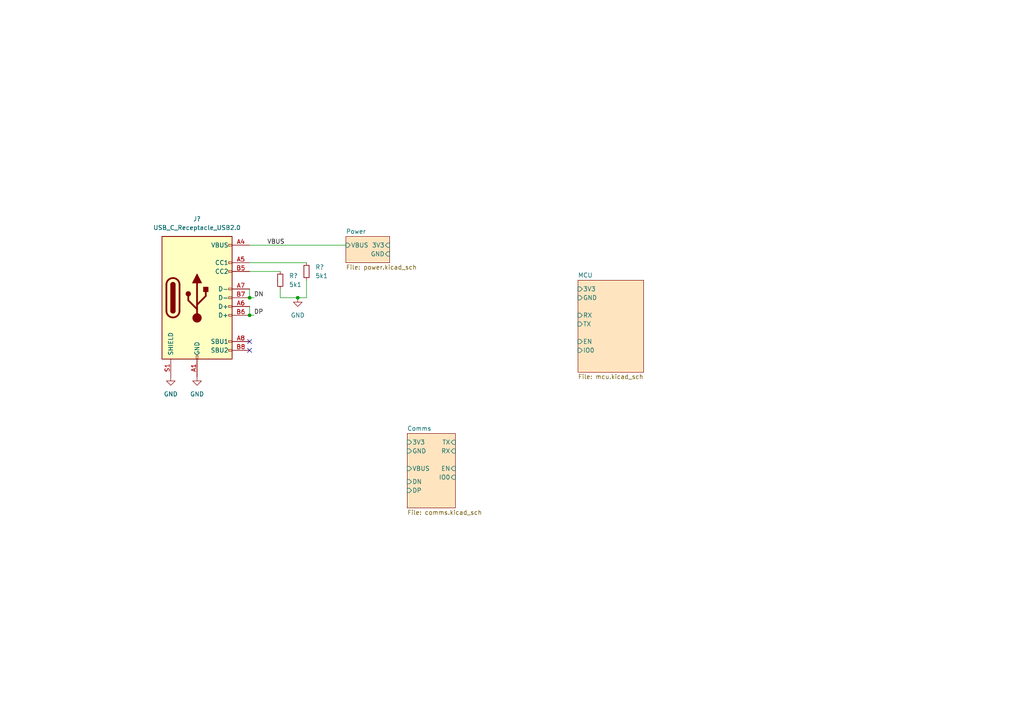
<source format=kicad_sch>
(kicad_sch (version 20211123) (generator eeschema)
  (paper "A4")
  (lib_symbols
    (symbol "Connector:USB_C_Receptacle_USB2.0" (pin_names (offset 1.016))
      (property "Reference" "J" (at -10.16 19.05 0))
      (property "Value" "USB_C_Receptacle_USB2.0" (at 19.05 19.05 0))
      (symbol "USB_C_Receptacle_USB2.0_0_0"
        (rectangle (start -0.254 -17.78) (end 0.254 -16.764))
        (rectangle (start 10.16 -14.986) (end 9.144 -15.494))
        (rectangle (start 10.16 -12.446) (end 9.144 -12.954))
        (rectangle (start 10.16 -4.826) (end 9.144 -5.334))
        (rectangle (start 10.16 -2.286) (end 9.144 -2.794))
        (rectangle (start 10.16 0.254) (end 9.144 -0.254))
        (rectangle (start 10.16 2.794) (end 9.144 2.286))
        (rectangle (start 10.16 7.874) (end 9.144 7.366))
        (rectangle (start 10.16 10.414) (end 9.144 9.906))
        (rectangle (start 10.16 15.494) (end 9.144 14.986))
      )
      (symbol "USB_C_Receptacle_USB2.0_0_1"
        (rectangle (start -10.16 17.78) (end 10.16 -17.78) (stroke (width 0.254)) (fill (type background)))
        (arc (start -8.89 -3.81) (mid -6.985 -5.715) (end -5.08 -3.81) (stroke (width 0.508)))
        (arc (start -7.62 -3.81) (mid -6.985 -4.445) (end -6.35 -3.81) (stroke (width 0.254)))
        (arc (start -7.62 -3.81) (mid -6.985 -4.445) (end -6.35 -3.81) (stroke (width 0.254)) (fill (type outline)))
        (rectangle (start -7.62 -3.81) (end -6.35 3.81) (stroke (width 0.254)) (fill (type outline)))
        (arc (start -6.35 3.81) (mid -6.985 4.445) (end -7.62 3.81) (stroke (width 0.254)))
        (arc (start -6.35 3.81) (mid -6.985 4.445) (end -7.62 3.81) (stroke (width 0.254)) (fill (type outline)))
        (arc (start -5.08 3.81) (mid -6.985 5.715) (end -8.89 3.81) (stroke (width 0.508)))
        (circle (center -2.54 1.143) (radius 0.635) (stroke (width 0.254)) (fill (type outline)))
        (circle (center 0 -5.842) (radius 1.27) (fill (type outline)))
        (polyline (pts (xy -8.89 -3.81) (xy -8.89 3.81)) (stroke (width 0.508)))
        (polyline (pts (xy -5.08 3.81) (xy -5.08 -3.81)) (stroke (width 0.508)))
        (polyline (pts (xy 0 -5.842) (xy 0 4.318)) (stroke (width 0.508)))
        (polyline (pts (xy 0 -3.302) (xy -2.54 -0.762) (xy -2.54 0.508)) (stroke (width 0.508)))
        (polyline (pts (xy 0 -2.032) (xy 2.54 0.508) (xy 2.54 1.778)) (stroke (width 0.508)))
        (polyline (pts (xy -1.27 4.318) (xy 0 6.858) (xy 1.27 4.318) (xy -1.27 4.318)) (stroke (width 0.254)) (fill (type outline)))
        (rectangle (start 1.905 1.778) (end 3.175 3.048) (stroke (width 0.254)) (fill (type outline)))
      )
      (symbol "USB_C_Receptacle_USB2.0_1_1"
        (pin passive line (at 0 -22.86 90) (length 5.08) (name "GND") (number "A1"))
        (pin passive line (at 0 -22.86 90) (length 5.08) hide (name "GND") (number "A12"))
        (pin passive line (at 15.24 15.24 180) (length 5.08) (name "VBUS") (number "A4"))
        (pin bidirectional line (at 15.24 10.16 180) (length 5.08) (name "CC1") (number "A5"))
        (pin bidirectional line (at 15.24 -2.54 180) (length 5.08) (name "D+") (number "A6"))
        (pin bidirectional line (at 15.24 2.54 180) (length 5.08) (name "D-") (number "A7"))
        (pin bidirectional line (at 15.24 -12.7 180) (length 5.08) (name "SBU1") (number "A8"))
        (pin passive line (at 15.24 15.24 180) (length 5.08) hide (name "VBUS") (number "A9"))
        (pin passive line (at 0 -22.86 90) (length 5.08) hide (name "GND") (number "B1"))
        (pin passive line (at 0 -22.86 90) (length 5.08) hide (name "GND") (number "B12"))
        (pin passive line (at 15.24 15.24 180) (length 5.08) hide (name "VBUS") (number "B4"))
        (pin bidirectional line (at 15.24 7.62 180) (length 5.08) (name "CC2") (number "B5"))
        (pin bidirectional line (at 15.24 -5.08 180) (length 5.08) (name "D+") (number "B6"))
        (pin bidirectional line (at 15.24 0 180) (length 5.08) (name "D-") (number "B7"))
        (pin bidirectional line (at 15.24 -15.24 180) (length 5.08) (name "SBU2") (number "B8"))
        (pin passive line (at 15.24 15.24 180) (length 5.08) hide (name "VBUS") (number "B9"))
        (pin passive line (at -7.62 -22.86 90) (length 5.08) (name "SHIELD") (number "S1"))
      )
    )
    (symbol "Device:R_Small" (pin_numbers hide) (pin_names (offset 0.254) hide)
      (property "Reference" "R" (at 0.762 0.508 0))
      (property "Value" "R_Small" (at 0.762 -1.016 0))
      (symbol "R_Small_0_1"
        (rectangle (start -0.762 1.778) (end 0.762 -1.778) (stroke (width 0.2032)))
      )
      (symbol "R_Small_1_1"
        (pin passive line (at 0 2.54 270) (length 0.762) (name "~") (number "1"))
        (pin passive line (at 0 -2.54 90) (length 0.762) (name "~") (number "2"))
      )
    )
    (symbol "power:GND" (power) (pin_names (offset 0))
      (property "Value" "GND" (at 0 -3.81 0))
      (symbol "GND_0_1"
        (polyline (pts (xy 0 0) (xy 0 -1.27) (xy 1.27 -1.27) (xy 0 -2.54) (xy -1.27 -1.27) (xy 0 -1.27)))
      )
      (symbol "GND_1_1"
        (pin power_in line (at 0 0 270) (length 0) hide (name "GND") (number "1"))
      )
    )
  )
  (junction (at 86.36 86.36))
  (junction (at 72.39 91.44))
  (junction (at 72.39 86.36))
  (no_connect (at 72.39 101.6))
  (no_connect (at 72.39 99.06))
  (wire (pts (xy 72.39 76.2) (xy 88.9 76.2)))
  (wire (pts (xy 88.9 86.36) (xy 86.36 86.36)))
  (wire (pts (xy 81.28 86.36) (xy 86.36 86.36)))
  (wire (pts (xy 72.39 83.82) (xy 72.39 86.36)))
  (wire (pts (xy 72.39 86.36) (xy 73.66 86.36)))
  (wire (pts (xy 81.28 83.82) (xy 81.28 86.36)))
  (wire (pts (xy 88.9 81.28) (xy 88.9 86.36)))
  (wire (pts (xy 72.39 78.74) (xy 81.28 78.74)))
  (wire (pts (xy 72.39 88.9) (xy 72.39 91.44)))
  (wire (pts (xy 72.39 71.12) (xy 100.33 71.12)))
  (wire (pts (xy 72.39 91.44) (xy 73.66 91.44)))
  (label "VBUS" (at 77.47 71.12 0))
  (label "DN" (at 73.66 86.36 0))
  (label "DP" (at 73.66 91.44 0))
  (symbol (lib_id "Device:R_Small") (at 88.9 78.74 0) (unit 1)
    (property "Reference" "R?" (at 91.44 77.4699 0) (effects (justify left)))
    (property "Value" "5k1" (at 91.44 80.0099 0) (effects (justify left)))
    (property "Footprint" "Resistor_SMD:R_0603_1608Metric_Pad0.98x0.95mm_HandSolder" (effects hide))
  )
  (symbol (lib_id "power:GND") (at 57.15 109.22 0) (unit 1)
    (property "Reference" "#PWR?" (effects hide))
    (property "Value" "GND" (at 57.15 114.3 0))
  )
  (symbol (lib_id "power:GND") (at 86.36 86.36 0) (unit 1)
    (property "Reference" "#PWR?" (effects hide))
    (property "Value" "GND" (at 86.36 91.44 0))
  )
  (symbol (lib_id "Connector:USB_C_Receptacle_USB2.0") (at 57.15 86.36 0) (unit 1)
    (property "Reference" "J?" (at 57.15 63.5 0))
    (property "Value" "USB_C_Receptacle_USB2.0" (at 57.15 66.04 0))
    (property "Footprint" "Connector_USB:USB_C_Receptacle_XKB_U262-16XN-4BVC11" (effects hide))
    (property "Datasheet" "https://www.usb.org/sites/default/files/documents/usb_type-c.zip" (effects hide))
  )
  (symbol (lib_id "power:GND") (at 49.53 109.22 0) (unit 1)
    (property "Reference" "#PWR?" (effects hide))
    (property "Value" "GND" (at 49.53 114.3 0))
  )
  (symbol (lib_id "Device:R_Small") (at 81.28 81.28 0) (unit 1)
    (property "Reference" "R?" (at 83.82 80.0099 0) (effects (justify left)))
    (property "Value" "5k1" (at 83.82 82.5499 0) (effects (justify left)))
    (property "Footprint" "Resistor_SMD:R_0603_1608Metric_Pad0.98x0.95mm_HandSolder" (effects hide))
  )
  (sheet (at 118.11 125.73) (size 13.97 21.59) (stroke (width 0.1524)) (fill (color 255 229 191 1.0000))
    (property "Sheet name" "Comms" (at 118.11 125.0184 0) (effects (justify left bottom)))
    (property "Sheet file" "comms.kicad_sch" (at 118.11 147.9046 0) (effects (justify left top)))
    (pin "TX" input (at 132.08 128.27 0))
    (pin "RX" input (at 132.08 130.81 0))
    (pin "IO0" input (at 132.08 138.43 0))
    (pin "EN" input (at 132.08 135.89 0))
    (pin "GND" input (at 118.11 130.81 180))
    (pin "3V3" input (at 118.11 128.27 180))
    (pin "VBUS" input (at 118.11 135.89 180))
    (pin "DN" input (at 118.11 139.7 180))
    (pin "DP" input (at 118.11 142.24 180))
  )
  (sheet (at 167.64 81.28) (size 19.05 26.67) (stroke (width 0.1524)) (fill (color 255 229 191 1.0000))
    (property "Sheet name" "MCU" (at 167.64 80.5684 0) (effects (justify left bottom)))
    (property "Sheet file" "mcu.kicad_sch" (at 167.64 108.5346 0) (effects (justify left top)))
    (pin "RX" input (at 167.64 91.44 180))
    (pin "GND" input (at 167.64 86.36 180))
    (pin "3V3" input (at 167.64 83.82 180))
    (pin "TX" input (at 167.64 93.98 180))
    (pin "EN" input (at 167.64 99.06 180))
    (pin "IO0" input (at 167.64 101.6 180))
  )
  (sheet (at 100.33 68.58) (size 12.7 7.62) (stroke (width 0.1524)) (fill (color 255 229 191 1.0000))
    (property "Sheet name" "Power" (at 100.33 67.8684 0) (effects (justify left bottom)))
    (property "Sheet file" "power.kicad_sch" (at 100.33 76.7846 0) (effects (justify left top)))
    (pin "3V3" input (at 113.03 71.12 0))
    (pin "GND" input (at 113.03 73.66 0))
    (pin "VBUS" input (at 100.33 71.12 180))
  )
)
</source>
